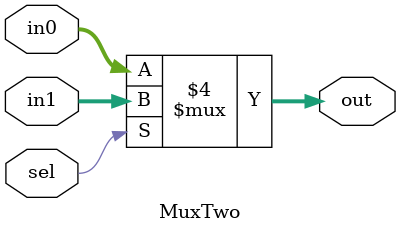
<source format=v>
module MuxTwo(
	input [31:0] in0,
	input [31:0] in1,
	input sel,
	output reg [31:0] out

);

always@(*) begin
	if(sel == 1'd0)
		out = in0;
	else 
		out = in1;

end
endmodule



</source>
